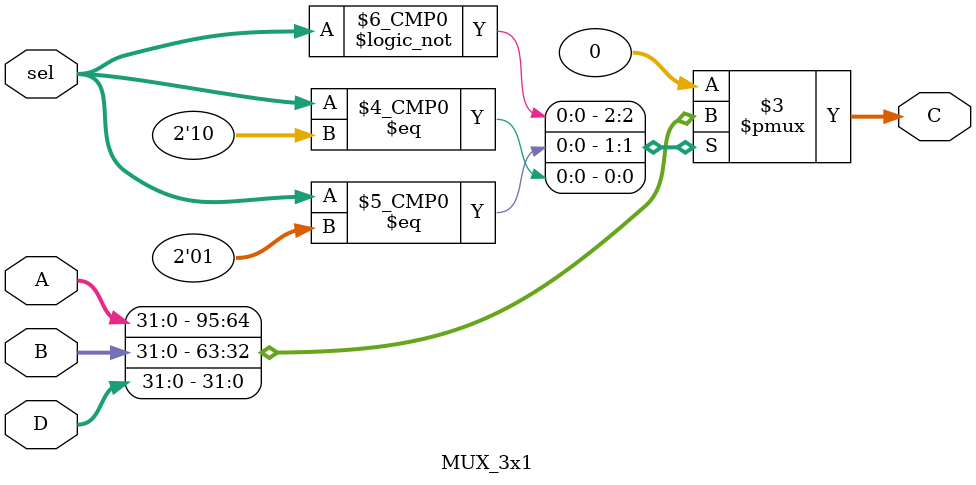
<source format=v>
module MUX_3x1(
input   wire    [31:0]      A,
input   wire    [31:0]      B,
input   wire    [31:0]      D,
input   wire    [1:0]       sel,
output  reg     [31:0]      C
);


always@(*)
	begin
		case(sel)
			2'b00: begin
				C = A ;
			end
			
			2'b01: begin
				C = B ;
			end
			
			2'b10: begin
				C = D ;
			end
			
			default:begin
				C = 32'd0 ;
			end
		endcase
	end
endmodule
</source>
